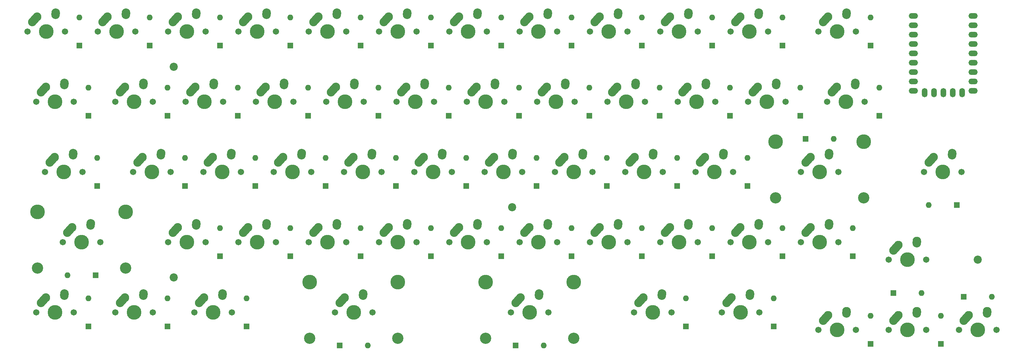
<source format=gbr>
%TF.GenerationSoftware,KiCad,Pcbnew,7.0.9*%
%TF.CreationDate,2024-03-10T13:20:19+01:00*%
%TF.ProjectId,65petit,36357065-7469-4742-9e6b-696361645f70,rev?*%
%TF.SameCoordinates,Original*%
%TF.FileFunction,Soldermask,Bot*%
%TF.FilePolarity,Negative*%
%FSLAX46Y46*%
G04 Gerber Fmt 4.6, Leading zero omitted, Abs format (unit mm)*
G04 Created by KiCad (PCBNEW 7.0.9) date 2024-03-10 13:20:19*
%MOMM*%
%LPD*%
G01*
G04 APERTURE LIST*
G04 Aperture macros list*
%AMHorizOval*
0 Thick line with rounded ends*
0 $1 width*
0 $2 $3 position (X,Y) of the first rounded end (center of the circle)*
0 $4 $5 position (X,Y) of the second rounded end (center of the circle)*
0 Add line between two ends*
20,1,$1,$2,$3,$4,$5,0*
0 Add two circle primitives to create the rounded ends*
1,1,$1,$2,$3*
1,1,$1,$4,$5*%
G04 Aperture macros list end*
%ADD10C,1.701800*%
%ADD11C,3.987800*%
%ADD12HorizOval,2.300000X0.655008X0.729993X-0.655008X-0.729993X0*%
%ADD13C,2.300000*%
%ADD14HorizOval,2.300000X0.020004X0.290000X-0.020004X-0.290000X0*%
%ADD15R,1.600000X1.600000*%
%ADD16O,1.600000X1.600000*%
%ADD17O,2.500000X1.500000*%
%ADD18O,1.500000X2.500000*%
%ADD19C,2.200000*%
%ADD20C,3.048000*%
G04 APERTURE END LIST*
D10*
%TO.C,MX38*%
X102070000Y-107150000D03*
D11*
X107150000Y-107150000D03*
D10*
X112230000Y-107150000D03*
D12*
X103995008Y-103880007D03*
D13*
X104650000Y-103150000D03*
D14*
X109670004Y-102360000D03*
D13*
X109690000Y-102070000D03*
%TD*%
D15*
%TO.C,D22*%
X235212500Y-72860000D03*
D16*
X235212500Y-65240000D03*
%TD*%
D10*
%TO.C,MX17*%
X125882500Y-69050000D03*
D11*
X130962500Y-69050000D03*
D10*
X136042500Y-69050000D03*
D12*
X127807508Y-65780007D03*
D13*
X128462500Y-65050000D03*
D14*
X133482504Y-64260000D03*
D13*
X133502500Y-63970000D03*
%TD*%
D10*
%TO.C,MX59*%
X233038750Y-126200000D03*
D11*
X238118750Y-126200000D03*
D10*
X243198750Y-126200000D03*
D12*
X234963758Y-122930007D03*
D13*
X235618750Y-122200000D03*
D14*
X240638754Y-121410000D03*
D13*
X240658750Y-121120000D03*
%TD*%
D10*
%TO.C,MX32*%
X187795000Y-88100000D03*
D11*
X192875000Y-88100000D03*
D10*
X197955000Y-88100000D03*
D12*
X189720008Y-84830007D03*
D13*
X190375000Y-84100000D03*
D14*
X195395004Y-83310000D03*
D13*
X195415000Y-83020000D03*
%TD*%
D15*
%TO.C,D43*%
X211400000Y-110960000D03*
D16*
X211400000Y-103340000D03*
%TD*%
D15*
%TO.C,D45*%
X249500000Y-110960000D03*
D16*
X249500000Y-103340000D03*
%TD*%
%TO.C,D54*%
X82812500Y-122390000D03*
D15*
X82812500Y-130010000D03*
%TD*%
%TO.C,D21*%
X216162500Y-72860000D03*
D16*
X216162500Y-65240000D03*
%TD*%
D15*
%TO.C,D23*%
X254262500Y-72860000D03*
D16*
X254262500Y-65240000D03*
%TD*%
D10*
%TO.C,MX47*%
X259232500Y-130962500D03*
D11*
X264312500Y-130962500D03*
D10*
X269392500Y-130962500D03*
D12*
X261157508Y-127692507D03*
D13*
X261812500Y-126962500D03*
D14*
X266832504Y-126172500D03*
D13*
X266852500Y-125882500D03*
%TD*%
D15*
%TO.C,D30*%
X163775000Y-91910000D03*
D16*
X163775000Y-84290000D03*
%TD*%
D10*
%TO.C,MX30*%
X149695000Y-88100000D03*
D11*
X154775000Y-88100000D03*
D10*
X159855000Y-88100000D03*
D12*
X151620008Y-84830007D03*
D13*
X152275000Y-84100000D03*
D14*
X157295004Y-83310000D03*
D13*
X157315000Y-83020000D03*
%TD*%
D10*
%TO.C,MX58*%
X209226250Y-126200000D03*
D11*
X214306250Y-126200000D03*
D10*
X219386250Y-126200000D03*
D12*
X211151258Y-122930007D03*
D13*
X211806250Y-122200000D03*
D14*
X216826254Y-121410000D03*
D13*
X216846250Y-121120000D03*
%TD*%
D10*
%TO.C,MX45*%
X235420000Y-107150000D03*
D11*
X240500000Y-107150000D03*
D10*
X245580000Y-107150000D03*
D12*
X237345008Y-103880007D03*
D13*
X238000000Y-103150000D03*
D14*
X243020004Y-102360000D03*
D13*
X243040000Y-102070000D03*
%TD*%
D15*
%TO.C,D50*%
X298602500Y-121962500D03*
D16*
X306222500Y-121962500D03*
%TD*%
D10*
%TO.C,MX5*%
X121120000Y-50000000D03*
D11*
X126200000Y-50000000D03*
D10*
X131280000Y-50000000D03*
D12*
X123045008Y-46730007D03*
D13*
X123700000Y-46000000D03*
D14*
X128720004Y-45210000D03*
D13*
X128740000Y-44920000D03*
%TD*%
D10*
%TO.C,MX13*%
X47301250Y-69050000D03*
D11*
X52381250Y-69050000D03*
D10*
X57461250Y-69050000D03*
D12*
X49226258Y-65780007D03*
D13*
X49881250Y-65050000D03*
D14*
X54901254Y-64260000D03*
D13*
X54921250Y-63970000D03*
%TD*%
D10*
%TO.C,MX46*%
X254470000Y-107150000D03*
D11*
X259550000Y-107150000D03*
D10*
X264630000Y-107150000D03*
D12*
X256395008Y-103880007D03*
D13*
X257050000Y-103150000D03*
D14*
X262070004Y-102360000D03*
D13*
X262090000Y-102070000D03*
%TD*%
D10*
%TO.C,MX19*%
X163982500Y-69050000D03*
D11*
X169062500Y-69050000D03*
D10*
X174142500Y-69050000D03*
D12*
X165907508Y-65780007D03*
D13*
X166562500Y-65050000D03*
D14*
X171582504Y-64260000D03*
D13*
X171602500Y-63970000D03*
%TD*%
D10*
%TO.C,MX40*%
X140170000Y-107150000D03*
D11*
X145250000Y-107150000D03*
D10*
X150330000Y-107150000D03*
D12*
X142095008Y-103880007D03*
D13*
X142750000Y-103150000D03*
D14*
X147770004Y-102360000D03*
D13*
X147790000Y-102070000D03*
%TD*%
D10*
%TO.C,MX12*%
X259232500Y-50000000D03*
D11*
X264312500Y-50000000D03*
D10*
X269392500Y-50000000D03*
D12*
X261157508Y-46730007D03*
D13*
X261812500Y-46000000D03*
D14*
X266832504Y-45210000D03*
D13*
X266852500Y-44920000D03*
%TD*%
D10*
%TO.C,MX49*%
X278282500Y-111912500D03*
D11*
X283362500Y-111912500D03*
D10*
X288442500Y-111912500D03*
D12*
X280207508Y-108642507D03*
D13*
X280862500Y-107912500D03*
D14*
X285882504Y-107122500D03*
D13*
X285902500Y-106832500D03*
%TD*%
D15*
%TO.C,D10*%
X230450000Y-53810000D03*
D16*
X230450000Y-46190000D03*
%TD*%
D15*
%TO.C,D51*%
X296697500Y-97100000D03*
D16*
X289077500Y-97100000D03*
%TD*%
%TO.C,D53*%
X61381250Y-122390000D03*
D15*
X61381250Y-130010000D03*
%TD*%
D10*
%TO.C,MX14*%
X68732500Y-69050000D03*
D11*
X73812500Y-69050000D03*
D10*
X78892500Y-69050000D03*
D12*
X70657508Y-65780007D03*
D13*
X71312500Y-65050000D03*
D14*
X76332504Y-64260000D03*
D13*
X76352500Y-63970000D03*
%TD*%
D15*
%TO.C,D40*%
X154250000Y-110960000D03*
D16*
X154250000Y-103340000D03*
%TD*%
D10*
%TO.C,MX42*%
X178270000Y-107150000D03*
D11*
X183350000Y-107150000D03*
D10*
X188430000Y-107150000D03*
D12*
X180195008Y-103880007D03*
D13*
X180850000Y-103150000D03*
D14*
X185870004Y-102360000D03*
D13*
X185890000Y-102070000D03*
%TD*%
D15*
%TO.C,D16*%
X120912500Y-72860000D03*
D16*
X120912500Y-65240000D03*
%TD*%
D10*
%TO.C,MX54*%
X68732500Y-126200000D03*
D11*
X73812500Y-126200000D03*
D10*
X78892500Y-126200000D03*
D12*
X70657508Y-122930007D03*
D13*
X71312500Y-122200000D03*
D14*
X76332504Y-121410000D03*
D13*
X76352500Y-121120000D03*
%TD*%
D15*
%TO.C,D19*%
X178062500Y-72860000D03*
D16*
X178062500Y-65240000D03*
%TD*%
D10*
%TO.C,MX48*%
X278282500Y-130962500D03*
D11*
X283362500Y-130962500D03*
D10*
X288442500Y-130962500D03*
D12*
X280207508Y-127692507D03*
D13*
X280862500Y-126962500D03*
D14*
X285882504Y-126172500D03*
D13*
X285902500Y-125882500D03*
%TD*%
D10*
%TO.C,MX7*%
X159220000Y-50000000D03*
D11*
X164300000Y-50000000D03*
D10*
X169380000Y-50000000D03*
D12*
X161145008Y-46730007D03*
D13*
X161800000Y-46000000D03*
D14*
X166820004Y-45210000D03*
D13*
X166840000Y-44920000D03*
%TD*%
D10*
%TO.C,MX34*%
X225895000Y-88100000D03*
D11*
X230975000Y-88100000D03*
D10*
X236055000Y-88100000D03*
D12*
X227820008Y-84830007D03*
D13*
X228475000Y-84100000D03*
D14*
X233495004Y-83310000D03*
D13*
X233515000Y-83020000D03*
%TD*%
D10*
%TO.C,MX3*%
X83020000Y-50000000D03*
D11*
X88100000Y-50000000D03*
D10*
X93180000Y-50000000D03*
D12*
X84945008Y-46730007D03*
D13*
X85600000Y-46000000D03*
D14*
X90620004Y-45210000D03*
D13*
X90640000Y-44920000D03*
%TD*%
D17*
%TO.C,U1*%
X301151250Y-45793125D03*
X301151250Y-48333125D03*
X301151250Y-50873125D03*
X301151250Y-53413125D03*
X301151250Y-55953125D03*
X301151250Y-58493125D03*
X301151250Y-61033125D03*
X301151250Y-63573125D03*
X301151250Y-66113125D03*
D18*
X298111250Y-66613125D03*
X295571250Y-66613125D03*
X293031250Y-66613125D03*
X290491250Y-66613125D03*
X287951250Y-66613125D03*
D17*
X284911250Y-66113125D03*
X284911250Y-63573125D03*
X284911250Y-61033125D03*
X284911250Y-58493125D03*
X284911250Y-55953125D03*
X284911250Y-53413125D03*
X284911250Y-50873125D03*
X284911250Y-48333125D03*
X284911250Y-45793125D03*
%TD*%
D15*
%TO.C,D33*%
X220925000Y-91910000D03*
D16*
X220925000Y-84290000D03*
%TD*%
D15*
%TO.C,D37*%
X97100000Y-110960000D03*
D16*
X97100000Y-103340000D03*
%TD*%
D19*
%TO.C,REF\u002A\u002A*%
X176206250Y-97625000D03*
%TD*%
D10*
%TO.C,MX8*%
X178270000Y-50000000D03*
D11*
X183350000Y-50000000D03*
D10*
X188430000Y-50000000D03*
D12*
X180195008Y-46730007D03*
D13*
X180850000Y-46000000D03*
D14*
X185870004Y-45210000D03*
D13*
X185890000Y-44920000D03*
%TD*%
D15*
%TO.C,D48*%
X292362500Y-134772500D03*
D16*
X292362500Y-127152500D03*
%TD*%
D15*
%TO.C,D8*%
X192350000Y-53810000D03*
D16*
X192350000Y-46190000D03*
%TD*%
D10*
%TO.C,MX16*%
X106832500Y-69050000D03*
D11*
X111912500Y-69050000D03*
D10*
X116992500Y-69050000D03*
D12*
X108757508Y-65780007D03*
D13*
X109412500Y-65050000D03*
D14*
X114432504Y-64260000D03*
D13*
X114452500Y-63970000D03*
%TD*%
D15*
%TO.C,D41*%
X173300000Y-110960000D03*
D16*
X173300000Y-103340000D03*
%TD*%
D15*
%TO.C,D3*%
X97100000Y-53810000D03*
D16*
X97100000Y-46190000D03*
%TD*%
D10*
%TO.C,MX31*%
X168745000Y-88100000D03*
D11*
X173825000Y-88100000D03*
D10*
X178905000Y-88100000D03*
D12*
X170670008Y-84830007D03*
D13*
X171325000Y-84100000D03*
D14*
X176345004Y-83310000D03*
D13*
X176365000Y-83020000D03*
%TD*%
D15*
%TO.C,D42*%
X192350000Y-110960000D03*
D16*
X192350000Y-103340000D03*
%TD*%
D15*
%TO.C,D39*%
X135200000Y-110960000D03*
D16*
X135200000Y-103340000D03*
%TD*%
D10*
%TO.C,MX15*%
X87782500Y-69050000D03*
D11*
X92862500Y-69050000D03*
D10*
X97942500Y-69050000D03*
D12*
X89707508Y-65780007D03*
D13*
X90362500Y-65050000D03*
D14*
X95382504Y-64260000D03*
D13*
X95402500Y-63970000D03*
%TD*%
D15*
%TO.C,D11*%
X249500000Y-53810000D03*
D16*
X249500000Y-46190000D03*
%TD*%
D15*
%TO.C,D57*%
X177158750Y-135200000D03*
D16*
X184778750Y-135200000D03*
%TD*%
D15*
%TO.C,D38*%
X116150000Y-110960000D03*
D16*
X116150000Y-103340000D03*
%TD*%
D10*
%TO.C,MX4*%
X102070000Y-50000000D03*
D11*
X107150000Y-50000000D03*
D10*
X112230000Y-50000000D03*
D12*
X103995008Y-46730007D03*
D13*
X104650000Y-46000000D03*
D14*
X109670004Y-45210000D03*
D13*
X109690000Y-44920000D03*
%TD*%
D15*
%TO.C,D36*%
X63335000Y-116150000D03*
D16*
X55715000Y-116150000D03*
%TD*%
D15*
%TO.C,D32*%
X201875000Y-91910000D03*
D16*
X201875000Y-84290000D03*
%TD*%
D10*
%TO.C,MX23*%
X240182500Y-69050000D03*
D11*
X245262500Y-69050000D03*
D10*
X250342500Y-69050000D03*
D12*
X242107508Y-65780007D03*
D13*
X242762500Y-65050000D03*
D14*
X247782504Y-64260000D03*
D13*
X247802500Y-63970000D03*
%TD*%
D15*
%TO.C,D9*%
X211400000Y-53810000D03*
D16*
X211400000Y-46190000D03*
%TD*%
D15*
%TO.C,D47*%
X273312500Y-134772500D03*
D16*
X273312500Y-127152500D03*
%TD*%
D15*
%TO.C,D18*%
X159012500Y-72860000D03*
D16*
X159012500Y-65240000D03*
%TD*%
D15*
%TO.C,D25*%
X63762500Y-91910000D03*
D16*
X63762500Y-84290000D03*
%TD*%
D10*
%TO.C,MX29*%
X130645000Y-88100000D03*
D11*
X135725000Y-88100000D03*
D10*
X140805000Y-88100000D03*
D12*
X132570008Y-84830007D03*
D13*
X133225000Y-84100000D03*
D14*
X138245004Y-83310000D03*
D13*
X138265000Y-83020000D03*
%TD*%
D15*
%TO.C,D5*%
X135200000Y-53810000D03*
D16*
X135200000Y-46190000D03*
%TD*%
D15*
%TO.C,D4*%
X116150000Y-53810000D03*
D16*
X116150000Y-46190000D03*
%TD*%
D10*
%TO.C,MX53*%
X47301250Y-126200000D03*
D11*
X52381250Y-126200000D03*
D10*
X57461250Y-126200000D03*
D12*
X49226258Y-122930007D03*
D13*
X49881250Y-122200000D03*
D14*
X54901254Y-121410000D03*
D13*
X54921250Y-121120000D03*
%TD*%
D19*
%TO.C,REF\u002A\u002A*%
X84528125Y-116675000D03*
%TD*%
D10*
%TO.C,MX11*%
X235420000Y-50000000D03*
D11*
X240500000Y-50000000D03*
D10*
X245580000Y-50000000D03*
D12*
X237345008Y-46730007D03*
D13*
X238000000Y-46000000D03*
D14*
X243020004Y-45210000D03*
D13*
X243040000Y-44920000D03*
%TD*%
D19*
%TO.C,REF\u002A\u002A*%
X84528125Y-59525000D03*
%TD*%
D15*
%TO.C,D31*%
X182825000Y-91910000D03*
D16*
X182825000Y-84290000D03*
%TD*%
D15*
%TO.C,D26*%
X87575000Y-91910000D03*
D16*
X87575000Y-84290000D03*
%TD*%
D10*
%TO.C,MX55*%
X90163750Y-126200000D03*
D11*
X95243750Y-126200000D03*
D10*
X100323750Y-126200000D03*
D12*
X92088758Y-122930007D03*
D13*
X92743750Y-122200000D03*
D14*
X97763754Y-121410000D03*
D13*
X97783750Y-121120000D03*
%TD*%
D10*
%TO.C,MX26*%
X73495000Y-88100000D03*
D11*
X78575000Y-88100000D03*
D10*
X83655000Y-88100000D03*
D12*
X75420008Y-84830007D03*
D13*
X76075000Y-84100000D03*
D14*
X81095004Y-83310000D03*
D13*
X81115000Y-83020000D03*
%TD*%
D15*
%TO.C,D49*%
X279552500Y-120912500D03*
D16*
X287172500Y-120912500D03*
%TD*%
D10*
%TO.C,MX10*%
X216370000Y-50000000D03*
D11*
X221450000Y-50000000D03*
D10*
X226530000Y-50000000D03*
D12*
X218295008Y-46730007D03*
D13*
X218950000Y-46000000D03*
D14*
X223970004Y-45210000D03*
D13*
X223990000Y-44920000D03*
%TD*%
D10*
%TO.C,MX20*%
X183032500Y-69050000D03*
D11*
X188112500Y-69050000D03*
D10*
X193192500Y-69050000D03*
D12*
X184957508Y-65780007D03*
D13*
X185612500Y-65050000D03*
D14*
X190632504Y-64260000D03*
D13*
X190652500Y-63970000D03*
%TD*%
D15*
%TO.C,D6*%
X154250000Y-53810000D03*
D16*
X154250000Y-46190000D03*
%TD*%
D10*
%TO.C,MX18*%
X144932500Y-69050000D03*
D11*
X150012500Y-69050000D03*
D10*
X155092500Y-69050000D03*
D12*
X146857508Y-65780007D03*
D13*
X147512500Y-65050000D03*
D14*
X152532504Y-64260000D03*
D13*
X152552500Y-63970000D03*
%TD*%
D15*
%TO.C,D13*%
X61381250Y-72860000D03*
D16*
X61381250Y-65240000D03*
%TD*%
D15*
%TO.C,D27*%
X106625000Y-91910000D03*
D16*
X106625000Y-84290000D03*
%TD*%
D15*
%TO.C,D29*%
X144725000Y-91910000D03*
D16*
X144725000Y-84290000D03*
%TD*%
%TO.C,D55*%
X104243750Y-122390000D03*
D15*
X104243750Y-130010000D03*
%TD*%
D10*
%TO.C,MX43*%
X197320000Y-107150000D03*
D11*
X202400000Y-107150000D03*
D10*
X207480000Y-107150000D03*
D12*
X199245008Y-103880007D03*
D13*
X199900000Y-103150000D03*
D14*
X204920004Y-102360000D03*
D13*
X204940000Y-102070000D03*
%TD*%
D15*
%TO.C,D59*%
X247118750Y-130010000D03*
D16*
X247118750Y-122390000D03*
%TD*%
D11*
%TO.C,MX56*%
X121405750Y-117945000D03*
D20*
X121405750Y-133185000D03*
D10*
X128263750Y-126200000D03*
D11*
X133343750Y-126200000D03*
D10*
X138423750Y-126200000D03*
D11*
X145281750Y-117945000D03*
D20*
X145281750Y-133185000D03*
D12*
X130188758Y-122930007D03*
D13*
X130843750Y-122200000D03*
D14*
X135863754Y-121410000D03*
D13*
X135883750Y-121120000D03*
%TD*%
D15*
%TO.C,D12*%
X273312500Y-53810000D03*
D16*
X273312500Y-46190000D03*
%TD*%
D10*
%TO.C,MX21*%
X202082500Y-69050000D03*
D11*
X207162500Y-69050000D03*
D10*
X212242500Y-69050000D03*
D12*
X204007508Y-65780007D03*
D13*
X204662500Y-65050000D03*
D14*
X209682504Y-64260000D03*
D13*
X209702500Y-63970000D03*
%TD*%
D15*
%TO.C,D7*%
X173300000Y-53810000D03*
D16*
X173300000Y-46190000D03*
%TD*%
D10*
%TO.C,MX41*%
X159220000Y-107150000D03*
D11*
X164300000Y-107150000D03*
D10*
X169380000Y-107150000D03*
D12*
X161145008Y-103880007D03*
D13*
X161800000Y-103150000D03*
D14*
X166820004Y-102360000D03*
D13*
X166840000Y-102070000D03*
%TD*%
D15*
%TO.C,D1*%
X59000000Y-53810000D03*
D16*
X59000000Y-46190000D03*
%TD*%
D10*
%TO.C,MX39*%
X121120000Y-107150000D03*
D11*
X126200000Y-107150000D03*
D10*
X131280000Y-107150000D03*
D12*
X123045008Y-103880007D03*
D13*
X123700000Y-103150000D03*
D14*
X128720004Y-102360000D03*
D13*
X128740000Y-102070000D03*
%TD*%
D15*
%TO.C,D44*%
X230450000Y-110960000D03*
D16*
X230450000Y-103340000D03*
%TD*%
D11*
%TO.C,MX35*%
X247612000Y-79845000D03*
D20*
X247612000Y-95085000D03*
D10*
X254470000Y-88100000D03*
D11*
X259550000Y-88100000D03*
D10*
X264630000Y-88100000D03*
D11*
X271488000Y-79845000D03*
D20*
X271488000Y-95085000D03*
D12*
X256395008Y-84830007D03*
D13*
X257050000Y-84100000D03*
D14*
X262070004Y-83310000D03*
D13*
X262090000Y-83020000D03*
%TD*%
D10*
%TO.C,MX37*%
X83020000Y-107150000D03*
D11*
X88100000Y-107150000D03*
D10*
X93180000Y-107150000D03*
D12*
X84945008Y-103880007D03*
D13*
X85600000Y-103150000D03*
D14*
X90620004Y-102360000D03*
D13*
X90640000Y-102070000D03*
%TD*%
D19*
%TO.C,REF\u002A\u002A*%
X302412500Y-111912500D03*
%TD*%
D10*
%TO.C,MX24*%
X261613750Y-69050000D03*
D11*
X266693750Y-69050000D03*
D10*
X271773750Y-69050000D03*
D12*
X263538758Y-65780007D03*
D13*
X264193750Y-65050000D03*
D14*
X269213754Y-64260000D03*
D13*
X269233750Y-63970000D03*
%TD*%
D10*
%TO.C,MX9*%
X197320000Y-50000000D03*
D11*
X202400000Y-50000000D03*
D10*
X207480000Y-50000000D03*
D12*
X199245008Y-46730007D03*
D13*
X199900000Y-46000000D03*
D14*
X204920004Y-45210000D03*
D13*
X204940000Y-44920000D03*
%TD*%
D15*
%TO.C,D2*%
X78050000Y-53810000D03*
D16*
X78050000Y-46190000D03*
%TD*%
D15*
%TO.C,D20*%
X197112500Y-72860000D03*
D16*
X197112500Y-65240000D03*
%TD*%
D10*
%TO.C,MX2*%
X63970000Y-50000000D03*
D11*
X69050000Y-50000000D03*
D10*
X74130000Y-50000000D03*
D12*
X65895008Y-46730007D03*
D13*
X66550000Y-46000000D03*
D14*
X71570004Y-45210000D03*
D13*
X71590000Y-44920000D03*
%TD*%
D10*
%TO.C,MX44*%
X216370000Y-107150000D03*
D11*
X221450000Y-107150000D03*
D10*
X226530000Y-107150000D03*
D12*
X218295008Y-103880007D03*
D13*
X218950000Y-103150000D03*
D14*
X223970004Y-102360000D03*
D13*
X223990000Y-102070000D03*
%TD*%
D10*
%TO.C,MX1*%
X44920000Y-50000000D03*
D11*
X50000000Y-50000000D03*
D10*
X55080000Y-50000000D03*
D12*
X46845008Y-46730007D03*
D13*
X47500000Y-46000000D03*
D14*
X52520004Y-45210000D03*
D13*
X52540000Y-44920000D03*
%TD*%
D10*
%TO.C,MX22*%
X221132500Y-69050000D03*
D11*
X226212500Y-69050000D03*
D10*
X231292500Y-69050000D03*
D12*
X223057508Y-65780007D03*
D13*
X223712500Y-65050000D03*
D14*
X228732504Y-64260000D03*
D13*
X228752500Y-63970000D03*
%TD*%
D10*
%TO.C,MX33*%
X206845000Y-88100000D03*
D11*
X211925000Y-88100000D03*
D10*
X217005000Y-88100000D03*
D12*
X208770008Y-84830007D03*
D13*
X209425000Y-84100000D03*
D14*
X214445004Y-83310000D03*
D13*
X214465000Y-83020000D03*
%TD*%
D15*
%TO.C,D34*%
X239975000Y-91910000D03*
D16*
X239975000Y-84290000D03*
%TD*%
D15*
%TO.C,D28*%
X125675000Y-91910000D03*
D16*
X125675000Y-84290000D03*
%TD*%
D15*
%TO.C,D56*%
X129533750Y-135200000D03*
D16*
X137153750Y-135200000D03*
%TD*%
D10*
%TO.C,MX51*%
X287807500Y-88100000D03*
D11*
X292887500Y-88100000D03*
D10*
X297967500Y-88100000D03*
D12*
X289732508Y-84830007D03*
D13*
X290387500Y-84100000D03*
D14*
X295407504Y-83310000D03*
D13*
X295427500Y-83020000D03*
%TD*%
D10*
%TO.C,MX25*%
X49682500Y-88100000D03*
D11*
X54762500Y-88100000D03*
D10*
X59842500Y-88100000D03*
D12*
X51607508Y-84830007D03*
D13*
X52262500Y-84100000D03*
D14*
X57282504Y-83310000D03*
D13*
X57302500Y-83020000D03*
%TD*%
D10*
%TO.C,MX6*%
X140170000Y-50000000D03*
D11*
X145250000Y-50000000D03*
D10*
X150330000Y-50000000D03*
D12*
X142095008Y-46730007D03*
D13*
X142750000Y-46000000D03*
D14*
X147770004Y-45210000D03*
D13*
X147790000Y-44920000D03*
%TD*%
D11*
%TO.C,MX57*%
X169030750Y-117945000D03*
D20*
X169030750Y-133185000D03*
D10*
X175888750Y-126200000D03*
D11*
X180968750Y-126200000D03*
D10*
X186048750Y-126200000D03*
D11*
X192906750Y-117945000D03*
D20*
X192906750Y-133185000D03*
D12*
X177813758Y-122930007D03*
D13*
X178468750Y-122200000D03*
D14*
X183488754Y-121410000D03*
D13*
X183508750Y-121120000D03*
%TD*%
D15*
%TO.C,D24*%
X275693750Y-72860000D03*
D16*
X275693750Y-65240000D03*
%TD*%
D15*
%TO.C,D15*%
X101862500Y-72860000D03*
D16*
X101862500Y-65240000D03*
%TD*%
D15*
%TO.C,D58*%
X223306250Y-130010000D03*
D16*
X223306250Y-122390000D03*
%TD*%
D10*
%TO.C,MX27*%
X92545000Y-88100000D03*
D11*
X97625000Y-88100000D03*
D10*
X102705000Y-88100000D03*
D12*
X94470008Y-84830007D03*
D13*
X95125000Y-84100000D03*
D14*
X100145004Y-83310000D03*
D13*
X100165000Y-83020000D03*
%TD*%
D11*
%TO.C,MX36*%
X47587000Y-98895000D03*
D20*
X47587000Y-114135000D03*
D10*
X54445000Y-107150000D03*
D11*
X59525000Y-107150000D03*
D10*
X64605000Y-107150000D03*
D11*
X71463000Y-98895000D03*
D20*
X71463000Y-114135000D03*
D12*
X56370008Y-103880007D03*
D13*
X57025000Y-103150000D03*
D14*
X62045004Y-102360000D03*
D13*
X62065000Y-102070000D03*
%TD*%
D10*
%TO.C,MX28*%
X111595000Y-88100000D03*
D11*
X116675000Y-88100000D03*
D10*
X121755000Y-88100000D03*
D12*
X113520008Y-84830007D03*
D13*
X114175000Y-84100000D03*
D14*
X119195004Y-83310000D03*
D13*
X119215000Y-83020000D03*
%TD*%
D15*
%TO.C,D35*%
X255740000Y-79100000D03*
D16*
X263360000Y-79100000D03*
%TD*%
D10*
%TO.C,MX50*%
X297332500Y-130962500D03*
D11*
X302412500Y-130962500D03*
D10*
X307492500Y-130962500D03*
D12*
X299257508Y-127692507D03*
D13*
X299912500Y-126962500D03*
D14*
X304932504Y-126172500D03*
D13*
X304952500Y-125882500D03*
%TD*%
D15*
%TO.C,D14*%
X82812500Y-72860000D03*
D16*
X82812500Y-65240000D03*
%TD*%
D15*
%TO.C,D17*%
X139962500Y-72860000D03*
D16*
X139962500Y-65240000D03*
%TD*%
D15*
%TO.C,D46*%
X268550000Y-110960000D03*
D16*
X268550000Y-103340000D03*
%TD*%
M02*

</source>
